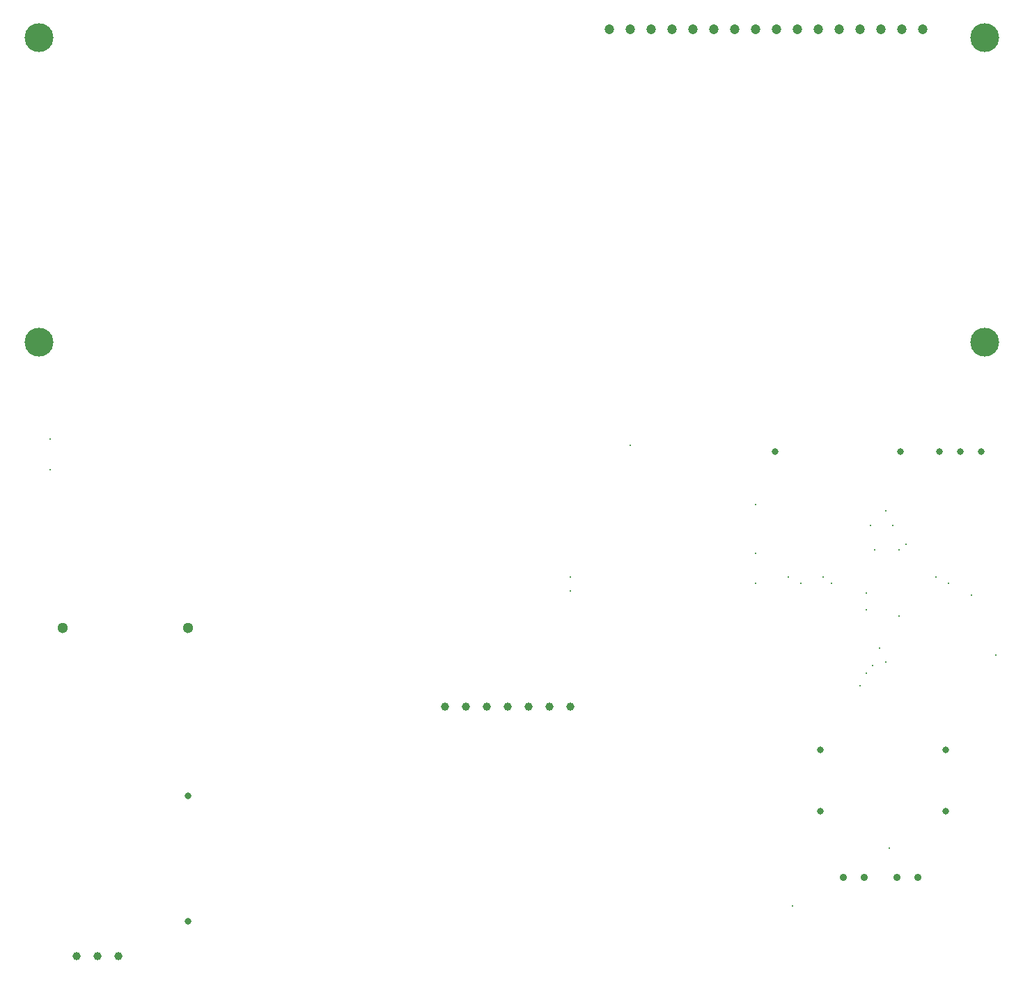
<source format=gbr>
%TF.GenerationSoftware,KiCad,Pcbnew,8.0.2*%
%TF.CreationDate,2024-07-17T11:39:47+05:30*%
%TF.ProjectId,smart lock,736d6172-7420-46c6-9f63-6b2e6b696361,v1*%
%TF.SameCoordinates,Original*%
%TF.FileFunction,Plated,1,2,PTH,Drill*%
%TF.FilePolarity,Positive*%
%FSLAX46Y46*%
G04 Gerber Fmt 4.6, Leading zero omitted, Abs format (unit mm)*
G04 Created by KiCad (PCBNEW 8.0.2) date 2024-07-17 11:39:47*
%MOMM*%
%LPD*%
G01*
G04 APERTURE LIST*
%TA.AperFunction,ViaDrill*%
%ADD10C,0.300000*%
%TD*%
%TA.AperFunction,ComponentDrill*%
%ADD11C,0.800000*%
%TD*%
%TA.AperFunction,ComponentDrill*%
%ADD12C,0.900000*%
%TD*%
%TA.AperFunction,ComponentDrill*%
%ADD13C,1.000000*%
%TD*%
%TA.AperFunction,ComponentDrill*%
%ADD14C,1.200000*%
%TD*%
%TA.AperFunction,ComponentDrill*%
%ADD15C,1.300000*%
%TD*%
%TA.AperFunction,ComponentDrill*%
%ADD16C,3.500000*%
%TD*%
G04 APERTURE END LIST*
D10*
X62750000Y-84000000D03*
X62750000Y-87750000D03*
X126000000Y-100750000D03*
X126000000Y-102500000D03*
X133250000Y-84750000D03*
X148500000Y-101500000D03*
X148560000Y-92000000D03*
X148560000Y-97940000D03*
X152500000Y-100750000D03*
X153000000Y-140750000D03*
X154000000Y-101500000D03*
X156750000Y-100750000D03*
X157750000Y-101500000D03*
X161250000Y-114000000D03*
X162000000Y-102750000D03*
X162000000Y-104750000D03*
X162000000Y-112500000D03*
X162500000Y-94500000D03*
X162750000Y-111500000D03*
X163000000Y-97500000D03*
X163600000Y-109400000D03*
X164400000Y-92750000D03*
X164400000Y-111100000D03*
X164750000Y-133750000D03*
X165200000Y-94550000D03*
X166000000Y-97500000D03*
X166000000Y-105500000D03*
X166800000Y-96800000D03*
X170500000Y-100750000D03*
X172000000Y-101500000D03*
X174750000Y-103000000D03*
X177750000Y-110250000D03*
D11*
%TO.C,R4*%
X79500000Y-127380000D03*
X79500000Y-142620000D03*
%TO.C,R1*%
X150880000Y-85500000D03*
%TO.C,R2*%
X156380000Y-121750000D03*
%TO.C,R3*%
X156380000Y-129250000D03*
%TO.C,R1*%
X166120000Y-85500000D03*
%TO.C,VR1*%
X170920000Y-85500000D03*
%TO.C,R2*%
X171620000Y-121750000D03*
%TO.C,R3*%
X171620000Y-129250000D03*
%TO.C,VR1*%
X173460000Y-85500000D03*
X176000000Y-85500000D03*
D12*
%TO.C,D1*%
X159225000Y-137250000D03*
X161765000Y-137250000D03*
%TO.C,D2*%
X165725000Y-137250000D03*
X168265000Y-137250000D03*
D13*
%TO.C,M1*%
X65945000Y-146875000D03*
X68485000Y-146875000D03*
X71025000Y-146875000D03*
%TO.C,MOD1*%
X110800000Y-116500000D03*
X113340000Y-116500000D03*
X115880000Y-116500000D03*
X118420000Y-116500000D03*
X120960000Y-116500000D03*
X123500000Y-116500000D03*
X126040000Y-116500000D03*
D14*
%TO.C,DS1*%
X130780000Y-34225000D03*
X133320000Y-34225000D03*
X135860000Y-34225000D03*
X138400000Y-34225000D03*
X140940000Y-34225000D03*
X143480000Y-34225000D03*
X146020000Y-34225000D03*
X148560000Y-34225000D03*
X151100000Y-34225000D03*
X153640000Y-34225000D03*
X156180000Y-34225000D03*
X158720000Y-34225000D03*
X161260000Y-34225000D03*
X163800000Y-34225000D03*
X166340000Y-34225000D03*
X168880000Y-34225000D03*
D15*
%TO.C,LS1*%
X64300000Y-107000000D03*
X79500000Y-107000000D03*
D16*
%TO.C,DS1*%
X61379580Y-35225760D03*
X61379580Y-72225940D03*
X176380620Y-35225760D03*
X176380620Y-72225940D03*
M02*

</source>
